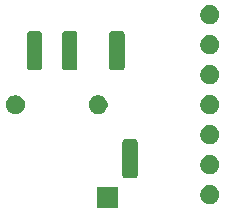
<source format=gbr>
G04 #@! TF.GenerationSoftware,KiCad,Pcbnew,(5.1.5)-3*
G04 #@! TF.CreationDate,2020-12-21T12:38:01+01:00*
G04 #@! TF.ProjectId,epimetheus_tcs34725,6570696d-6574-4686-9575-735f74637333,rev?*
G04 #@! TF.SameCoordinates,Original*
G04 #@! TF.FileFunction,Soldermask,Top*
G04 #@! TF.FilePolarity,Negative*
%FSLAX46Y46*%
G04 Gerber Fmt 4.6, Leading zero omitted, Abs format (unit mm)*
G04 Created by KiCad (PCBNEW (5.1.5)-3) date 2020-12-21 12:38:01*
%MOMM*%
%LPD*%
G04 APERTURE LIST*
%ADD10C,0.100000*%
G04 APERTURE END LIST*
D10*
G36*
X172097000Y-39763000D02*
G01*
X170295000Y-39763000D01*
X170295000Y-37961000D01*
X172097000Y-37961000D01*
X172097000Y-39763000D01*
G37*
G36*
X180069142Y-37826242D02*
G01*
X180217101Y-37887529D01*
X180350255Y-37976499D01*
X180463501Y-38089745D01*
X180552471Y-38222899D01*
X180613758Y-38370858D01*
X180645000Y-38527925D01*
X180645000Y-38688075D01*
X180613758Y-38845142D01*
X180552471Y-38993101D01*
X180463501Y-39126255D01*
X180350255Y-39239501D01*
X180217101Y-39328471D01*
X180069142Y-39389758D01*
X179912075Y-39421000D01*
X179751925Y-39421000D01*
X179594858Y-39389758D01*
X179446899Y-39328471D01*
X179313745Y-39239501D01*
X179200499Y-39126255D01*
X179111529Y-38993101D01*
X179050242Y-38845142D01*
X179019000Y-38688075D01*
X179019000Y-38527925D01*
X179050242Y-38370858D01*
X179111529Y-38222899D01*
X179200499Y-38089745D01*
X179313745Y-37976499D01*
X179446899Y-37887529D01*
X179594858Y-37826242D01*
X179751925Y-37795000D01*
X179912075Y-37795000D01*
X180069142Y-37826242D01*
G37*
G36*
X173512192Y-33914646D02*
G01*
X173561414Y-33929578D01*
X173606778Y-33953826D01*
X173646542Y-33986458D01*
X173679174Y-34026222D01*
X173703422Y-34071586D01*
X173718354Y-34120808D01*
X173724000Y-34178140D01*
X173724000Y-36941860D01*
X173718354Y-36999192D01*
X173703422Y-37048414D01*
X173679174Y-37093778D01*
X173646542Y-37133542D01*
X173606778Y-37166174D01*
X173561414Y-37190422D01*
X173512192Y-37205354D01*
X173454860Y-37211000D01*
X172691140Y-37211000D01*
X172633808Y-37205354D01*
X172584586Y-37190422D01*
X172539222Y-37166174D01*
X172499458Y-37133542D01*
X172466826Y-37093778D01*
X172442578Y-37048414D01*
X172427646Y-36999192D01*
X172422000Y-36941860D01*
X172422000Y-34178140D01*
X172427646Y-34120808D01*
X172442578Y-34071586D01*
X172466826Y-34026222D01*
X172499458Y-33986458D01*
X172539222Y-33953826D01*
X172584586Y-33929578D01*
X172633808Y-33914646D01*
X172691140Y-33909000D01*
X173454860Y-33909000D01*
X173512192Y-33914646D01*
G37*
G36*
X180069142Y-35286242D02*
G01*
X180217101Y-35347529D01*
X180350255Y-35436499D01*
X180463501Y-35549745D01*
X180552471Y-35682899D01*
X180613758Y-35830858D01*
X180645000Y-35987925D01*
X180645000Y-36148075D01*
X180613758Y-36305142D01*
X180552471Y-36453101D01*
X180463501Y-36586255D01*
X180350255Y-36699501D01*
X180217101Y-36788471D01*
X180069142Y-36849758D01*
X179912075Y-36881000D01*
X179751925Y-36881000D01*
X179594858Y-36849758D01*
X179446899Y-36788471D01*
X179313745Y-36699501D01*
X179200499Y-36586255D01*
X179111529Y-36453101D01*
X179050242Y-36305142D01*
X179019000Y-36148075D01*
X179019000Y-35987925D01*
X179050242Y-35830858D01*
X179111529Y-35682899D01*
X179200499Y-35549745D01*
X179313745Y-35436499D01*
X179446899Y-35347529D01*
X179594858Y-35286242D01*
X179751925Y-35255000D01*
X179912075Y-35255000D01*
X180069142Y-35286242D01*
G37*
G36*
X180069142Y-32746242D02*
G01*
X180217101Y-32807529D01*
X180350255Y-32896499D01*
X180463501Y-33009745D01*
X180552471Y-33142899D01*
X180613758Y-33290858D01*
X180645000Y-33447925D01*
X180645000Y-33608075D01*
X180613758Y-33765142D01*
X180552471Y-33913101D01*
X180463501Y-34046255D01*
X180350255Y-34159501D01*
X180217101Y-34248471D01*
X180069142Y-34309758D01*
X179912075Y-34341000D01*
X179751925Y-34341000D01*
X179594858Y-34309758D01*
X179446899Y-34248471D01*
X179313745Y-34159501D01*
X179200499Y-34046255D01*
X179111529Y-33913101D01*
X179050242Y-33765142D01*
X179019000Y-33608075D01*
X179019000Y-33447925D01*
X179050242Y-33290858D01*
X179111529Y-33142899D01*
X179200499Y-33009745D01*
X179313745Y-32896499D01*
X179446899Y-32807529D01*
X179594858Y-32746242D01*
X179751925Y-32715000D01*
X179912075Y-32715000D01*
X180069142Y-32746242D01*
G37*
G36*
X180069142Y-30206242D02*
G01*
X180217101Y-30267529D01*
X180350255Y-30356499D01*
X180463501Y-30469745D01*
X180552471Y-30602899D01*
X180613758Y-30750858D01*
X180645000Y-30907925D01*
X180645000Y-31068075D01*
X180613758Y-31225142D01*
X180552471Y-31373101D01*
X180463501Y-31506255D01*
X180350255Y-31619501D01*
X180217101Y-31708471D01*
X180069142Y-31769758D01*
X179912075Y-31801000D01*
X179751925Y-31801000D01*
X179594858Y-31769758D01*
X179446899Y-31708471D01*
X179313745Y-31619501D01*
X179200499Y-31506255D01*
X179111529Y-31373101D01*
X179050242Y-31225142D01*
X179019000Y-31068075D01*
X179019000Y-30907925D01*
X179050242Y-30750858D01*
X179111529Y-30602899D01*
X179200499Y-30469745D01*
X179313745Y-30356499D01*
X179446899Y-30267529D01*
X179594858Y-30206242D01*
X179751925Y-30175000D01*
X179912075Y-30175000D01*
X180069142Y-30206242D01*
G37*
G36*
X163606642Y-30217781D02*
G01*
X163752414Y-30278162D01*
X163752416Y-30278163D01*
X163883608Y-30365822D01*
X163995178Y-30477392D01*
X164079038Y-30602899D01*
X164082838Y-30608586D01*
X164143219Y-30754358D01*
X164174000Y-30909107D01*
X164174000Y-31066893D01*
X164143219Y-31221642D01*
X164082838Y-31367414D01*
X164082837Y-31367416D01*
X163995178Y-31498608D01*
X163883608Y-31610178D01*
X163752416Y-31697837D01*
X163752415Y-31697838D01*
X163752414Y-31697838D01*
X163606642Y-31758219D01*
X163451893Y-31789000D01*
X163294107Y-31789000D01*
X163139358Y-31758219D01*
X162993586Y-31697838D01*
X162993585Y-31697838D01*
X162993584Y-31697837D01*
X162862392Y-31610178D01*
X162750822Y-31498608D01*
X162663163Y-31367416D01*
X162663162Y-31367414D01*
X162602781Y-31221642D01*
X162572000Y-31066893D01*
X162572000Y-30909107D01*
X162602781Y-30754358D01*
X162663162Y-30608586D01*
X162666962Y-30602899D01*
X162750822Y-30477392D01*
X162862392Y-30365822D01*
X162993584Y-30278163D01*
X162993586Y-30278162D01*
X163139358Y-30217781D01*
X163294107Y-30187000D01*
X163451893Y-30187000D01*
X163606642Y-30217781D01*
G37*
G36*
X170606642Y-30217781D02*
G01*
X170752414Y-30278162D01*
X170752416Y-30278163D01*
X170883608Y-30365822D01*
X170995178Y-30477392D01*
X171079038Y-30602899D01*
X171082838Y-30608586D01*
X171143219Y-30754358D01*
X171174000Y-30909107D01*
X171174000Y-31066893D01*
X171143219Y-31221642D01*
X171082838Y-31367414D01*
X171082837Y-31367416D01*
X170995178Y-31498608D01*
X170883608Y-31610178D01*
X170752416Y-31697837D01*
X170752415Y-31697838D01*
X170752414Y-31697838D01*
X170606642Y-31758219D01*
X170451893Y-31789000D01*
X170294107Y-31789000D01*
X170139358Y-31758219D01*
X169993586Y-31697838D01*
X169993585Y-31697838D01*
X169993584Y-31697837D01*
X169862392Y-31610178D01*
X169750822Y-31498608D01*
X169663163Y-31367416D01*
X169663162Y-31367414D01*
X169602781Y-31221642D01*
X169572000Y-31066893D01*
X169572000Y-30909107D01*
X169602781Y-30754358D01*
X169663162Y-30608586D01*
X169666962Y-30602899D01*
X169750822Y-30477392D01*
X169862392Y-30365822D01*
X169993584Y-30278163D01*
X169993586Y-30278162D01*
X170139358Y-30217781D01*
X170294107Y-30187000D01*
X170451893Y-30187000D01*
X170606642Y-30217781D01*
G37*
G36*
X180069142Y-27666242D02*
G01*
X180217101Y-27727529D01*
X180350255Y-27816499D01*
X180463501Y-27929745D01*
X180552471Y-28062899D01*
X180613758Y-28210858D01*
X180645000Y-28367925D01*
X180645000Y-28528075D01*
X180613758Y-28685142D01*
X180552471Y-28833101D01*
X180463501Y-28966255D01*
X180350255Y-29079501D01*
X180217101Y-29168471D01*
X180069142Y-29229758D01*
X179912075Y-29261000D01*
X179751925Y-29261000D01*
X179594858Y-29229758D01*
X179446899Y-29168471D01*
X179313745Y-29079501D01*
X179200499Y-28966255D01*
X179111529Y-28833101D01*
X179050242Y-28685142D01*
X179019000Y-28528075D01*
X179019000Y-28367925D01*
X179050242Y-28210858D01*
X179111529Y-28062899D01*
X179200499Y-27929745D01*
X179313745Y-27816499D01*
X179446899Y-27727529D01*
X179594858Y-27666242D01*
X179751925Y-27635000D01*
X179912075Y-27635000D01*
X180069142Y-27666242D01*
G37*
G36*
X165412192Y-24770646D02*
G01*
X165461414Y-24785578D01*
X165506778Y-24809826D01*
X165546542Y-24842458D01*
X165579174Y-24882222D01*
X165603422Y-24927586D01*
X165618354Y-24976808D01*
X165624000Y-25034140D01*
X165624000Y-27797860D01*
X165618354Y-27855192D01*
X165603422Y-27904414D01*
X165579174Y-27949778D01*
X165546542Y-27989542D01*
X165506778Y-28022174D01*
X165461414Y-28046422D01*
X165412192Y-28061354D01*
X165354860Y-28067000D01*
X164591140Y-28067000D01*
X164533808Y-28061354D01*
X164484586Y-28046422D01*
X164439222Y-28022174D01*
X164399458Y-27989542D01*
X164366826Y-27949778D01*
X164342578Y-27904414D01*
X164327646Y-27855192D01*
X164322000Y-27797860D01*
X164322000Y-25034140D01*
X164327646Y-24976808D01*
X164342578Y-24927586D01*
X164366826Y-24882222D01*
X164399458Y-24842458D01*
X164439222Y-24809826D01*
X164484586Y-24785578D01*
X164533808Y-24770646D01*
X164591140Y-24765000D01*
X165354860Y-24765000D01*
X165412192Y-24770646D01*
G37*
G36*
X168412192Y-24770646D02*
G01*
X168461414Y-24785578D01*
X168506778Y-24809826D01*
X168546542Y-24842458D01*
X168579174Y-24882222D01*
X168603422Y-24927586D01*
X168618354Y-24976808D01*
X168624000Y-25034140D01*
X168624000Y-27797860D01*
X168618354Y-27855192D01*
X168603422Y-27904414D01*
X168579174Y-27949778D01*
X168546542Y-27989542D01*
X168506778Y-28022174D01*
X168461414Y-28046422D01*
X168412192Y-28061354D01*
X168354860Y-28067000D01*
X167591140Y-28067000D01*
X167533808Y-28061354D01*
X167484586Y-28046422D01*
X167439222Y-28022174D01*
X167399458Y-27989542D01*
X167366826Y-27949778D01*
X167342578Y-27904414D01*
X167327646Y-27855192D01*
X167322000Y-27797860D01*
X167322000Y-25034140D01*
X167327646Y-24976808D01*
X167342578Y-24927586D01*
X167366826Y-24882222D01*
X167399458Y-24842458D01*
X167439222Y-24809826D01*
X167484586Y-24785578D01*
X167533808Y-24770646D01*
X167591140Y-24765000D01*
X168354860Y-24765000D01*
X168412192Y-24770646D01*
G37*
G36*
X172397192Y-24770646D02*
G01*
X172446414Y-24785578D01*
X172491778Y-24809826D01*
X172531542Y-24842458D01*
X172564174Y-24882222D01*
X172588422Y-24927586D01*
X172603354Y-24976808D01*
X172609000Y-25034140D01*
X172609000Y-27797860D01*
X172603354Y-27855192D01*
X172588422Y-27904414D01*
X172564174Y-27949778D01*
X172531542Y-27989542D01*
X172491778Y-28022174D01*
X172446414Y-28046422D01*
X172397192Y-28061354D01*
X172339860Y-28067000D01*
X171576140Y-28067000D01*
X171518808Y-28061354D01*
X171469586Y-28046422D01*
X171424222Y-28022174D01*
X171384458Y-27989542D01*
X171351826Y-27949778D01*
X171327578Y-27904414D01*
X171312646Y-27855192D01*
X171307000Y-27797860D01*
X171307000Y-25034140D01*
X171312646Y-24976808D01*
X171327578Y-24927586D01*
X171351826Y-24882222D01*
X171384458Y-24842458D01*
X171424222Y-24809826D01*
X171469586Y-24785578D01*
X171518808Y-24770646D01*
X171576140Y-24765000D01*
X172339860Y-24765000D01*
X172397192Y-24770646D01*
G37*
G36*
X180069142Y-25126242D02*
G01*
X180217101Y-25187529D01*
X180350255Y-25276499D01*
X180463501Y-25389745D01*
X180552471Y-25522899D01*
X180613758Y-25670858D01*
X180645000Y-25827925D01*
X180645000Y-25988075D01*
X180613758Y-26145142D01*
X180552471Y-26293101D01*
X180463501Y-26426255D01*
X180350255Y-26539501D01*
X180217101Y-26628471D01*
X180069142Y-26689758D01*
X179912075Y-26721000D01*
X179751925Y-26721000D01*
X179594858Y-26689758D01*
X179446899Y-26628471D01*
X179313745Y-26539501D01*
X179200499Y-26426255D01*
X179111529Y-26293101D01*
X179050242Y-26145142D01*
X179019000Y-25988075D01*
X179019000Y-25827925D01*
X179050242Y-25670858D01*
X179111529Y-25522899D01*
X179200499Y-25389745D01*
X179313745Y-25276499D01*
X179446899Y-25187529D01*
X179594858Y-25126242D01*
X179751925Y-25095000D01*
X179912075Y-25095000D01*
X180069142Y-25126242D01*
G37*
G36*
X180069142Y-22586242D02*
G01*
X180217101Y-22647529D01*
X180350255Y-22736499D01*
X180463501Y-22849745D01*
X180552471Y-22982899D01*
X180613758Y-23130858D01*
X180645000Y-23287925D01*
X180645000Y-23448075D01*
X180613758Y-23605142D01*
X180552471Y-23753101D01*
X180463501Y-23886255D01*
X180350255Y-23999501D01*
X180217101Y-24088471D01*
X180069142Y-24149758D01*
X179912075Y-24181000D01*
X179751925Y-24181000D01*
X179594858Y-24149758D01*
X179446899Y-24088471D01*
X179313745Y-23999501D01*
X179200499Y-23886255D01*
X179111529Y-23753101D01*
X179050242Y-23605142D01*
X179019000Y-23448075D01*
X179019000Y-23287925D01*
X179050242Y-23130858D01*
X179111529Y-22982899D01*
X179200499Y-22849745D01*
X179313745Y-22736499D01*
X179446899Y-22647529D01*
X179594858Y-22586242D01*
X179751925Y-22555000D01*
X179912075Y-22555000D01*
X180069142Y-22586242D01*
G37*
M02*

</source>
